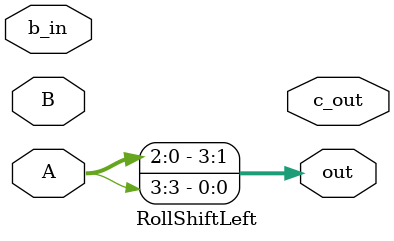
<source format=v>
`timescale 1ns / 1ps


module RollShiftLeft(
        input [3:0] A, 
        input [3:0] B, 
        input b_in, 
        output [3:0] out, 
        output c_out
    );
    
    assign out[3] = A[2]; 
    assign out[2] = A[1]; 
    assign out[1] = A[0]; 
    assign out[0] = A[3]; 
    
endmodule

</source>
